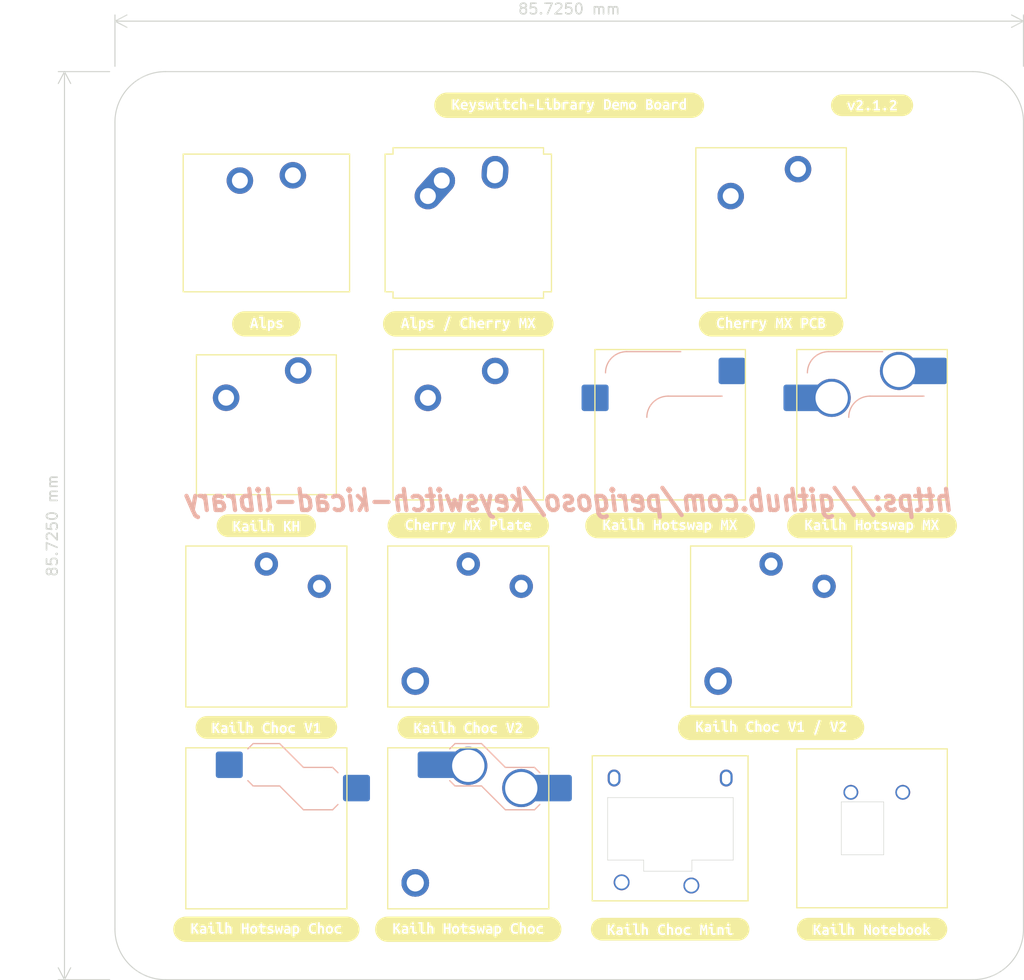
<source format=kicad_pcb>
(kicad_pcb (version 20221018) (generator pcbnew)
  (title_block (title "Keyswitch Library Demo Board") (date "2022-01-06") (rev "r0.1") (company "keyswitch-kicad-library") (comment 2 "This source describes Open Hardware and is licensed under the CC-BY-SA 4.0") (comment 4 "Copyright (c) Rafael Silva <perigoso@riseup.net>"))
  (layers (0 "F.Cu" signal) (31 "B.Cu" signal) (34 "B.Paste" user) (35 "F.Paste" user) (36 "B.SilkS" user "B.Silkscreen") (37 "F.SilkS" user "F.Silkscreen") (38 "B.Mask" user) (39 "F.Mask" user) (44 "Edge.Cuts" user))
  (net 0 "")
  (footprint "Switch_Keyboard_Hotswap_Kailh:SW_Hotswap_Kailh_MX_plated" (layer "F.Cu") (at 114.3 76.2)
    (fp_text reference "REF**" hide)
    (fp_text value "SW_Hotswap_Kailh_MX_plated")
    (pad "" np_thru_hole circle (at -5.08 0) (size 1.75 1.75) (drill 1.75) (layers "*.Cu" "*.Mask"))
    (pad "" np_thru_hole circle (at 0 0) (size 4 4) (drill 4) (layers "*.Cu" "*.Mask"))
    (pad "" np_thru_hole circle (at 5.08 0) (size 1.75 1.75) (drill 1.75) (layers "*.Cu" "*.Mask"))
    (pad "1" smd roundrect (at -6.585 -2.54) (size 3.55 2.5) (layers "B.Cu") (roundrect_rratio 0.1))
    (pad "1" thru_hole circle (at -3.81 -2.54) (size 3.6 3.6) (drill 3.05) (layers "*.Cu" "B.Mask"))
    (pad "2" thru_hole circle (at 2.54 -5.08) (size 3.6 3.6) (drill 3.05) (layers "*.Cu" "B.Mask"))
    (pad "2" smd roundrect (at 5.32 -5.08) (size 3.55 2.5) (layers "B.Cu") (roundrect_rratio 0.1))
  )
  (footprint "kibuzzard-6232B340" (layer "F.Cu") (at 76.2 123.825)
    (fp_text reference "kibuzzard-6232B340" hide)
    (fp_text value "G***" hide)
  )
  (footprint "Switch_Keyboard_Alps_Matias:SW_Alps_Matias" (layer "F.Cu") (at 57.15 57.15)
    (fp_text reference "REF**" hide)
    (fp_text value "SW_Alps_Matias")
    (pad "1" thru_hole circle (at -2.5 -4) (size 2.5 2.5) (drill 1.5) (layers "*.Cu" "B.Mask"))
    (pad "2" thru_hole circle (at 2.5 -4.5) (size 2.5 2.5) (drill 1.5) (layers "*.Cu" "B.Mask"))
  )
  (footprint "Switch_Keyboard_Cherry_MX:SW_Cherry_MX_Plate" (layer "F.Cu") (at 76.2 76.2)
    (fp_text reference "REF**" hide)
    (fp_text value "SW_Cherry_MX_Plate")
    (pad "" np_thru_hole circle (at 0 0) (size 4 4) (drill 4) (layers "*.Cu" "*.Mask"))
    (pad "1" thru_hole circle (at -3.81 -2.54) (size 2.5 2.5) (drill 1.5) (layers "*.Cu" "B.Mask"))
    (pad "2" thru_hole circle (at 2.54 -5.08) (size 2.5 2.5) (drill 1.5) (layers "*.Cu" "B.Mask"))
  )
  (footprint "Switch_Keyboard_Hotswap_Kailh:SW_Hotswap_Kailh_MX" (layer "F.Cu") (at 95.25 76.2)
    (fp_text reference "REF**" hide)
    (fp_text value "SW_Hotswap_Kailh_MX")
    (pad "" np_thru_hole circle (at -5.08 0) (size 1.75 1.75) (drill 1.75) (layers "*.Cu" "*.Mask"))
    (pad "" np_thru_hole circle (at -3.81 -2.54) (size 3.05 3.05) (drill 3.05) (layers "*.Cu" "*.Mask"))
    (pad "" np_thru_hole circle (at 0 0) (size 4 4) (drill 4) (layers "*.Cu" "*.Mask"))
    (pad "" np_thru_hole circle (at 2.54 -5.08) (size 3.05 3.05) (drill 3.05) (layers "*.Cu" "*.Mask"))
    (pad "" np_thru_hole circle (at 5.08 0) (size 1.75 1.75) (drill 1.75) (layers "*.Cu" "*.Mask"))
    (pad "1" smd roundrect (at -7.085 -2.54) (size 2.55 2.5) (layers "B.Cu" "B.Paste" "B.Mask") (roundrect_rratio 0.1))
    (pad "2" smd roundrect (at 5.842 -5.08) (size 2.55 2.5) (layers "B.Cu" "B.Paste" "B.Mask") (roundrect_rratio 0.1))
  )
  (footprint "Switch_Keyboard_Kailh:SW_Kailh_Choc_V2" (layer "F.Cu") (at 76.2 95.25)
    (fp_text reference "REF**" hide)
    (fp_text value "SW_Kailh_Choc_V2")
    (pad "" thru_hole circle (at -5 5.15) (size 2.6 2.6) (drill 1.6) (layers "*.Cu" "B.Mask"))
    (pad "" np_thru_hole circle (at 0 0) (size 5.05 5.05) (drill 5.05) (layers "*.Cu" "*.Mask"))
    (pad "1" thru_hole circle (at 0 -5.9) (size 2.2 2.2) (drill 1.2) (layers "*.Cu" "B.Mask"))
    (pad "2" thru_hole circle (at 5 -3.8) (size 2.2 2.2) (drill 1.2) (layers "*.Cu" "B.Mask"))
  )
  (footprint "Switch_Keyboard_Kailh:SW_Kailh_Choc_V1V2" (layer "F.Cu") (at 104.775 95.25)
    (fp_text reference "REF**" hide)
    (fp_text value "SW_Kailh_Choc_V1V2")
    (pad "" np_thru_hole circle (at -5.5 0) (size 1.9 1.9) (drill 1.9) (layers "*.Cu" "*.Mask"))
    (pad "" thru_hole circle (at -5 5.15) (size 2.6 2.6) (drill 1.6) (layers "*.Cu" "B.Mask"))
    (pad "" np_thru_hole circle (at 0 0) (size 5.05 5.05) (drill 5.05) (layers "*.Cu" "*.Mask"))
    (pad "" np_thru_hole circle (at 5.5 0) (size 1.9 1.9) (drill 1.9) (layers "*.Cu" "*.Mask"))
    (pad "1" thru_hole circle (at 0 -5.9) (size 2.2 2.2) (drill 1.2) (layers "*.Cu" "B.Mask"))
    (pad "2" thru_hole circle (at 5 -3.8) (size 2.2 2.2) (drill 1.2) (layers "*.Cu" "B.Mask"))
  )
  (footprint "kibuzzard-6232B304" (layer "F.Cu") (at 104.775 104.775)
    (fp_text reference "kibuzzard-6232B304" hide)
    (fp_text value "G***" hide)
  )
  (footprint "kibuzzard-6232B2F0" (layer "F.Cu") (at 57.15 104.775)
    (fp_text reference "kibuzzard-6232B2F0" hide)
    (fp_text value "G***" hide)
  )
  (footprint "kibuzzard-6232B2C2" (layer "F.Cu") (at 114.3 85.725)
    (fp_text reference "kibuzzard-6232B2C2" hide)
    (fp_text value "G***" hide)
  )
  (footprint "Switch_Keyboard_Kailh:SW_Kailh_NB" (layer "F.Cu") (at 114.3 114.3)
    (fp_text reference "REF**" hide)
    (fp_text value "SW_Kailh_NB")
    (fp_line (start -2.9 -2.5) (end 1.1 -2.5) (stroke (width 0.05)) (layer "Edge.Cuts"))
    (fp_line (start -2.9 2.5) (end -2.9 -2.5) (stroke (width 0.05)) (layer "Edge.Cuts"))
    (fp_line (start 1.1 -2.5) (end 1.1 2.5) (stroke (width 0.05)) (layer "Edge.Cuts"))
    (fp_line (start 1.1 2.5) (end -2.9 2.5) (stroke (width 0.05)) (layer "Edge.Cuts"))
    (pad "" np_thru_hole circle (at -5.5 5.5) (size 1.3 1.3) (drill 1.3) (layers "*.Cu" "*.Mask"))
    (pad "" np_thru_hole circle (at 5.5 -5.5) (size 1.3 1.3) (drill 1.3) (layers "*.Cu" "*.Mask"))
    (pad "1" thru_hole circle (at -2 -3.4) (size 1.4 1.4) (drill 1.1) (layers "*.Cu" "B.Mask"))
    (pad "2" thru_hole circle (at 2.9 -3.4) (size 1.4 1.4) (drill 1.1) (layers "*.Cu" "B.Mask"))
  )
  (footprint "kibuzzard-6232B242" (layer "F.Cu") (at 76.2 66.675)
    (fp_text reference "kibuzzard-6232B242" hide)
    (fp_text value "G***" hide)
  )
  (footprint "kibuzzard-6232B26B" (layer "F.Cu") (at 57.15 85.725)
    (fp_text reference "kibuzzard-6232B26B" hide)
    (fp_text value "G***" hide)
  )
  (footprint "kibuzzard-6232B35C" (layer "F.Cu") (at 114.3 123.825)
    (fp_text reference "kibuzzard-6232B35C" hide)
    (fp_text value "G***" hide)
  )
  (footprint "Switch_Keyboard_Hybrid:SW_Hybrid_Cherry_MX_Alps" (layer "F.Cu") (at 76.2 57.15)
    (fp_text reference "REF**" hide)
    (fp_text value "SW_Hybrid_Cherry_MX_Alps")
    (pad "" np_thru_hole circle (at -5.08 0) (size 1.75 1.75) (drill 1.75) (layers "*.Cu" "*.Mask"))
    (pad "" np_thru_hole circle (at 0 0) (size 4 4) (drill 4) (layers "*.Cu" "*.Mask"))
    (pad "" np_thru_hole circle (at 5.08 0) (size 1.75 1.75) (drill 1.75) (layers "*.Cu" "*.Mask"))
    (pad "1" thru_hole oval (at -3.81 -2.54 48) (size 4.46156 2.5) (drill 1.5 (offset 0.980778 0)) (layers "*.Cu" "B.Mask"))
    (pad "1" thru_hole circle (at -2.5 -4) (size 2.5 2.5) (drill 1.5) (layers "*.Cu" "B.Mask"))
    (pad "2" thru_hole oval (at 2.52 -4.79 86) (size 3.081378 2.5) (drill oval 2.08137 1.5) (layers "*.Cu" "B.Mask"))
  )
  (footprint "kibuzzard-6232B27B" (layer "F.Cu") (at 76.2 85.725)
    (fp_text reference "kibuzzard-6232B27B" hide)
    (fp_text value "G***" hide)
  )
  (footprint "kibuzzard-6232B340" (layer "F.Cu") (at 57.15 123.825)
    (fp_text reference "kibuzzard-6232B340" hide)
    (fp_text value "G***" hide)
  )
  (footprint "Switch_Keyboard_Kailh:SW_Kailh_Choc_V1" (layer "F.Cu") (at 57.15 95.25)
    (fp_text reference "REF**" hide)
    (fp_text value "SW_Kailh_Choc_V1")
    (pad "" np_thru_hole circle (at -5.5 0) (size 1.9 1.9) (drill 1.9) (layers "*.Cu" "*.Mask"))
    (pad "" np_thru_hole circle (at 0 0) (size 3.45 3.45) (drill 3.45) (layers "*.Cu" "*.Mask"))
    (pad "" np_thru_hole circle (at 5.5 0) (size 1.9 1.9) (drill 1.9) (layers "*.Cu" "*.Mask"))
    (pad "1" thru_hole circle (at 0 -5.9) (size 2.2 2.2) (drill 1.2) (layers "*.Cu" "B.Mask"))
    (pad "2" thru_hole circle (at 5 -3.8) (size 2.2 2.2) (drill 1.2) (layers "*.Cu" "B.Mask"))
  )
  (footprint "Switch_Keyboard_Kailh:SW_Kailh_KH" (layer "F.Cu") (at 57.15 76.2)
    (fp_text reference "REF**" hide)
    (fp_text value "SW_Kailh_KH")
    (pad "" np_thru_hole circle (at -4.5 0) (size 1.5 1.5) (drill 1.5) (layers "*.Cu" "*.Mask"))
    (pad "" np_thru_hole circle (at 0 0) (size 4 4) (drill 4) (layers "*.Cu" "*.Mask"))
    (pad "" np_thru_hole circle (at 4.5 0) (size 1.5 1.5) (drill 1.5) (layers "*.Cu" "*.Mask"))
    (pad "1" thru_hole circle (at -3.8 -2.55) (size 2.5 2.5) (drill 1.5) (layers "*.Cu" "B.Mask"))
    (pad "2" thru_hole circle (at 3 -5.12) (size 2.5 2.5) (drill 1.5) (layers "*.Cu" "B.Mask"))
  )
  (footprint "Switch_Keyboard_Kailh:SW_Kailh_Choc_Mini" (layer "F.Cu") (at 95.25 114.3)
    (fp_text reference "REF**" hide)
    (fp_text value "SW_Kailh_Choc_Mini")
    (fp_line (start -5.9 -2.9) (end -5.9 3) (stroke (width 0.05)) (layer "Edge.Cuts"))
    (fp_line (start -5.9 3) (end -2.5 3) (stroke (width 0.05)) (layer "Edge.Cuts"))
    (fp_line (start -2.5 3) (end -2.5 4.05) (stroke (width 0.05)) (layer "Edge.Cuts"))
    (fp_line (start -2.5 4.05) (end 2.05 4.05) (stroke (width 0.05)) (layer "Edge.Cuts"))
    (fp_line (start 2.05 3) (end 5.95 3) (stroke (width 0.05)) (layer "Edge.Cuts"))
    (fp_line (start 2.05 4.05) (end 2.05 3) (stroke (width 0.05)) (layer "Edge.Cuts"))
    (fp_line (start 5.95 -2.9) (end -5.9 -2.9) (stroke (width 0.05)) (layer "Edge.Cuts"))
    (fp_line (start 5.95 3) (end 5.95 -2.9) (stroke (width 0.05)) (layer "Edge.Cuts"))
    (pad "" np_thru_hole oval (at -5.29 -4.75) (size 1.2 1.6) (drill oval 0.8 1.2) (layers "*.Cu" "*.Mask"))
    (pad "" np_thru_hole oval (at 5.29 -4.75) (size 1.2 1.6) (drill oval 0.8 1.2) (layers "*.Cu" "*.Mask"))
    (pad "1" thru_hole circle (at 2 5.4) (size 1.5 1.5) (drill 1.2) (layers "*.Cu" "B.Mask"))
    (pad "2" thru_hole circle (at -4.58 5.1) (size 1.5 1.5) (drill 1.2) (layers "*.Cu" "B.Mask"))
  )
  (footprint "kibuzzard-6232B34F" (layer "F.Cu") (at 95.25 123.825)
    (fp_text reference "kibuzzard-6232B34F" hide)
    (fp_text value "G***" hide)
  )
  (footprint "Mounting_Keyboard_Stabilizer:Stabilizer_Cherry_MX_2.00u" (layer "F.Cu") (at 104.775 57.15)
    (fp_text reference "REF**" hide)
    (fp_text value "Stabilizer_Cherry_MX_2.00u")
    (pad "" np_thru_hole circle (at -11.938 -6.985) (size 3.048 3.048) (drill 3.048) (layers "*.Cu" "*.Mask"))
    (pad "" np_thru_hole circle (at -11.938 8.225) (size 3.9878 3.9878) (drill 3.9878) (layers "*.Cu" "*.Mask"))
    (pad "" np_thru_hole circle (at 11.938 -6.985) (size 3.048 3.048) (drill 3.048) (layers "*.Cu" "*.Mask"))
    (pad "" np_thru_hole circle (at 11.938 8.225) (size 3.9878 3.9878) (drill 3.9878) (layers "*.Cu" "*.Mask"))
  )
  (footprint "kibuzzard-6232B1E1" (layer "F.Cu") (at 85.725 46.0375)
    (fp_text reference "kibuzzard-6232B1E1" hide)
    (fp_text value "G***" hide)
  )
  (footprint "kibuzzard-6232B224" (layer "F.Cu") (at 57.15 66.675)
    (fp_text reference "kibuzzard-6232B224" hide)
    (fp_text value "G***" hide)
  )
  (footprint "kibuzzard-6232B25F" (layer "F.Cu") (at 104.775 66.675)
    (fp_text reference "kibuzzard-6232B25F" hide)
    (fp_text value "G***" hide)
  )
  (footprint "Switch_Keyboard_Hotswap_Kailh:SW_Hotswap_Kailh_Choc_V1V2" (layer "F.Cu") (at 57.15 114.3)
    (fp_text reference "REF**" hide)
    (fp_text value "SW_Hotswap_Kailh_Choc_V1V2")
    (pad "" np_thru_hole circle (at -5.5 0) (size 1.9 1.9) (drill 1.9) (layers "*.Cu" "*.Mask"))
    (pad "" np_thru_hole circle (at -5 5.15) (size 1.6 1.6) (drill 1.6) (layers "*.Cu" "*.Mask"))
    (pad "" np_thru_hole circle (at -5 5.15) (size 1.6 1.6) (drill 1.6) (layers "*.Cu" "*.Mask"))
    (pad "" np_thru_hole circle (at 0 -5.9) (size 3.05 3.05) (drill 3.05) (layers "*.Cu" "*.Mask"))
    (pad "" np_thru_hole circle (at 0 0) (size 5.05 5.05) (drill 5.05) (layers "*.Cu" "*.Mask"))
    (pad "" np_thru_hole circle (at 5 -3.8) (size 3.05 3.05) (drill 3.05) (layers "*.Cu" "*.Mask"))
    (pad "" np_thru_hole circle (at 5.5 0) (size 1.9 1.9) (drill 1.9) (layers "*.Cu" "*.Mask"))
    (pad "1" smd roundrect (at -3.5 -6) (size 2.55 2.5) (layers "B.Cu" "B.Paste" "B.Mask") (roundrect_rratio 0.1))
    (pad "2" smd roundrect (at 8.5 -3.8) (size 2.55 2.5) (layers "B.Cu" "B.Paste" "B.Mask") (roundrect_rratio 0.1))
  )
  (footprint "kibuzzard-6232B2FA" (layer "F.Cu") (at 76.2 104.775)
    (fp_text reference "kibuzzard-6232B2FA" hide)
    (fp_text value "G***" hide)
  )
  (footprint "kibuzzard-6232B2C2" (layer "F.Cu") (at 95.25 85.725)
    (fp_text reference "kibuzzard-6232B2C2" hide)
    (fp_text value "G***" hide)
  )
  (footprint "Switch_Keyboard_Cherry_MX:SW_Cherry_MX_PCB" (layer "F.Cu") (at 104.775 57.15)
    (fp_text reference "REF**" hide)
    (fp_text value "SW_Cherry_MX_PCB")
    (pad "" np_thru_hole circle (at -5.08 0) (size 1.75 1.75) (drill 1.75) (layers "*.Cu" "*.Mask"))
    (pad "" np_thru_hole circle (at 0 0) (size 4 4) (drill 4) (layers "*.Cu" "*.Mask"))
    (pad "" np_thru_hole circle (at 5.08 0) (size 1.75 1.75) (drill 1.75) (layers "*.Cu" "*.Mask"))
    (pad "1" thru_hole circle (at -3.81 -2.54) (size 2.5 2.5) (drill 1.5) (layers "*.Cu" "B.Mask"))
    (pad "2" thru_hole circle (at 2.54 -5.08) (size 2.5 2.5) (drill 1.5) (layers "*.Cu" "B.Mask"))
  )
  (footprint "Switch_Keyboard_Hotswap_Kailh:SW_Hotswap_Kailh_Choc_V1V2_Plated" (layer "F.Cu") (at 76.2 114.3)
    (fp_text reference "REF**" hide)
    (fp_text value "SW_Hotswap_Kailh_Choc_V1V2_Plated")
    (pad "" np_thru_hole circle (at -5.5 0) (size 1.9 1.9) (drill 1.9) (layers "*.Cu" "*.Mask"))
    (pad "" thru_hole circle (at -5 5.15) (size 2.6 2.6) (drill 1.6) (layers "*.Cu" "B.Mask"))
    (pad "" thru_hole circle (at -5 5.15) (size 2.6 2.6) (drill 1.6) (layers "*.Cu" "B.Mask"))
    (pad "" np_thru_hole circle (at 0 0) (size 5.05 5.05) (drill 5.05) (layers "*.Cu" "*.Mask"))
    (pad "" np_thru_hole circle (at 5.5 0) (size 1.9 1.9) (drill 1.9) (layers "*.Cu" "*.Mask"))
    (pad "1" smd roundrect (at -2.85 -6) (size 3.85 2.5) (layers "B.Cu") (roundrect_rratio 0.1))
    (pad "1" thru_hole circle (at 0 -5.9) (size 3.6 3.6) (drill 3.05) (layers "*.Cu" "B.Mask"))
    (pad "2" thru_hole circle (at 5 -3.8) (size 3.6 3.6) (drill 3.05) (layers "*.Cu" "B.Mask"))
    (pad "2" smd roundrect (at 7.85 -3.8) (size 3.85 2.5) (layers "B.Cu") (roundrect_rratio 0.1))
  )
  (footprint "kibuzzard-6232B20F" (layer "F.Cu") (at 114.3 46.0375)
    (fp_text reference "kibuzzard-6232B20F" hide)
    (fp_text value "G***" hide)
  )
  (gr_arc (start 47.625 128.5875) (mid 44.257404 127.192596) (end 42.8625 123.825) (stroke (width 0.1)) (layer "Edge.Cuts"))
  (gr_line (start 128.5875 123.825) (end 128.5875 47.625) (stroke (width 0.1)) (layer "Edge.Cuts"))
  (gr_arc (start 42.8625 47.625) (mid 44.257404 44.257404) (end 47.625 42.8625) (stroke (width 0.1)) (layer "Edge.Cuts"))
  (gr_line (start 42.8625 47.625) (end 42.8625 123.825) (stroke (width 0.1)) (layer "Edge.Cuts"))
  (gr_line (start 123.825 42.8625) (end 47.625 42.8625) (stroke (width 0.1)) (layer "Edge.Cuts"))
  (gr_arc (start 123.825 42.8625) (mid 127.192596 44.257404) (end 128.5875 47.625) (stroke (width 0.1)) (layer "Edge.Cuts"))
  (gr_arc (start 128.5875 123.825) (mid 127.192596 127.192596) (end 123.825 128.5875) (stroke (width 0.1)) (layer "Edge.Cuts"))
  (gr_line (start 47.625 128.5875) (end 123.825 128.5875) (stroke (width 0.1)) (layer "Edge.Cuts"))
  (gr_text "https://github.com/perigoso/keyswitch-kicad-library" (at 85.725 83.34375) (layer "B.SilkS") (effects (font (size 2 1.75) (thickness 0.4) italic) (justify mirror)))
  (dimension (type aligned) (layer "Edge.Cuts") (pts (xy 42.8625 42.8625) (xy 42.8625 128.5875)) (height 4.7625) (gr_text "85.7250 mm" (at 36.95 85.725 90) (layer "Edge.Cuts") (effects (font (size 1 1) (thickness 0.15)))) (format (prefix "") (suffix "") (units 3) (units_format 1) (precision 4)) (style (thickness 0.1) (arrow_length 1.27) (text_position_mode 0) (extension_height 0.58642) (extension_offset 0.5) keep_text_aligned))
  (dimension (type aligned) (layer "Edge.Cuts") (pts (xy 42.8625 42.8625) (xy 128.5875 42.8625)) (height -4.7625) (gr_text "85.7250 mm" (at 85.725 36.95) (layer "Edge.Cuts") (effects (font (size 1 1) (thickness 0.15)))) (format (prefix "") (suffix "") (units 3) (units_format 1) (precision 4)) (style (thickness 0.1) (arrow_length 1.27) (text_position_mode 0) (extension_height 0.58642) (extension_offset 0.5) keep_text_aligned))
)
</source>
